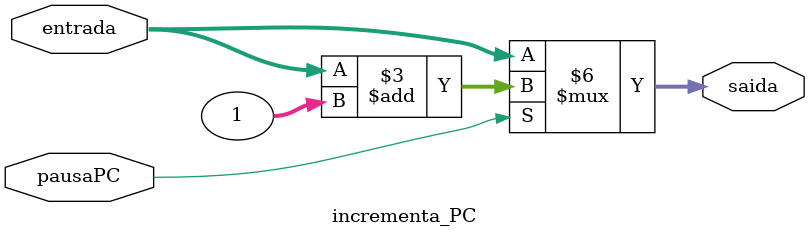
<source format=v>
module incrementa_PC (entrada, saida, pausaPC);

input [31:0] entrada; // contem o endereço atual do PC
input pausaPC; // determina se o processador deve aguardar o recebimento da entrada externa
output reg [31:0] saida; // contem o endereço  de PC + 1

initial saida = 32'd0;

always @(*)
begin
	if(pausaPC == 1) // não está recebendo entrada ou saida
	begin
		saida = entrada + 1; // acrescenta 1 em PC
	end
	else
	begin
		saida = entrada; //mantem a saida atual
	end
end
endmodule
</source>
